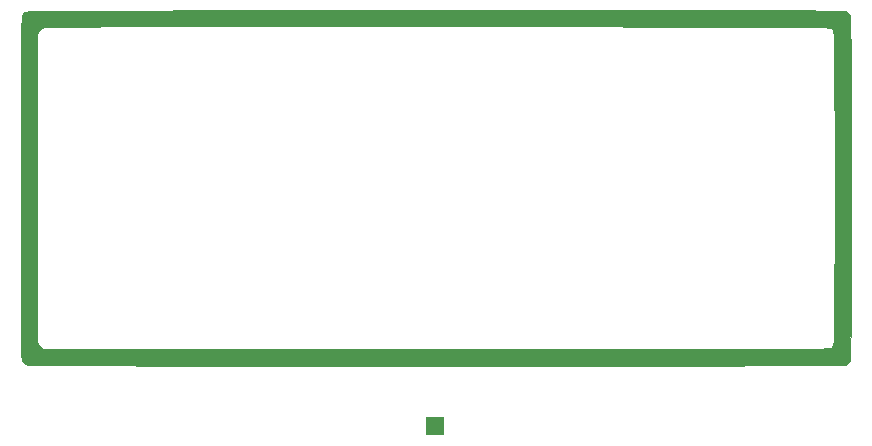
<source format=gbr>
G04 #@! TF.GenerationSoftware,KiCad,Pcbnew,5.0.2-bee76a0~70~ubuntu18.04.1*
G04 #@! TF.CreationDate,2020-04-30T09:21:28+02:00*
G04 #@! TF.ProjectId,OpenFrame,4f70656e-4672-4616-9d65-2e6b69636164,rev?*
G04 #@! TF.SameCoordinates,Original*
G04 #@! TF.FileFunction,Soldermask,Top*
G04 #@! TF.FilePolarity,Negative*
%FSLAX46Y46*%
G04 Gerber Fmt 4.6, Leading zero omitted, Abs format (unit mm)*
G04 Created by KiCad (PCBNEW 5.0.2-bee76a0~70~ubuntu18.04.1) date Do 30 Apr 2020 09:21:28 CEST*
%MOMM*%
%LPD*%
G01*
G04 APERTURE LIST*
%ADD10C,0.010000*%
%ADD11C,0.100000*%
G04 APERTURE END LIST*
D10*
G04 #@! TO.C,G\002A\002A\002A*
G36*
X122656319Y-51347031D02*
X123824748Y-51347180D01*
X124952621Y-51347433D01*
X126037214Y-51347791D01*
X127075806Y-51348256D01*
X128065675Y-51348831D01*
X129004098Y-51349518D01*
X129888353Y-51350319D01*
X130715718Y-51351237D01*
X131483471Y-51352272D01*
X132188888Y-51353429D01*
X132829249Y-51354708D01*
X133401830Y-51356112D01*
X133903910Y-51357643D01*
X134332767Y-51359303D01*
X134685677Y-51361096D01*
X134750823Y-51361495D01*
X139686280Y-51392834D01*
X139856476Y-51510782D01*
X139971365Y-51606125D01*
X140060934Y-51707800D01*
X140082680Y-51743616D01*
X140094056Y-51789969D01*
X140104763Y-51882183D01*
X140114814Y-52022080D01*
X140124226Y-52211484D01*
X140133011Y-52452219D01*
X140141185Y-52746109D01*
X140148762Y-53094977D01*
X140155757Y-53500647D01*
X140162183Y-53964942D01*
X140168057Y-54489686D01*
X140173392Y-55076703D01*
X140178202Y-55727816D01*
X140182503Y-56444850D01*
X140186308Y-57229627D01*
X140189633Y-58083971D01*
X140192492Y-59009707D01*
X140194899Y-60008657D01*
X140196868Y-61082645D01*
X140198415Y-62233496D01*
X140199554Y-63463032D01*
X140200299Y-64773077D01*
X140200665Y-66165455D01*
X140200702Y-66569334D01*
X140200586Y-67967242D01*
X140200072Y-69282343D01*
X140199143Y-70516493D01*
X140197784Y-71671550D01*
X140195980Y-72749372D01*
X140193716Y-73751816D01*
X140190977Y-74680739D01*
X140187747Y-75538001D01*
X140184012Y-76325457D01*
X140179755Y-77044966D01*
X140174962Y-77698385D01*
X140169618Y-78287572D01*
X140163707Y-78814385D01*
X140157214Y-79280680D01*
X140150124Y-79688317D01*
X140142422Y-80039151D01*
X140134092Y-80335042D01*
X140125120Y-80577846D01*
X140115489Y-80769421D01*
X140105185Y-80911625D01*
X140094193Y-81006315D01*
X140082497Y-81055349D01*
X140082016Y-81056385D01*
X140013277Y-81150465D01*
X139905076Y-81252619D01*
X139856479Y-81289218D01*
X139686285Y-81407167D01*
X131554659Y-81434699D01*
X130842731Y-81436909D01*
X130050087Y-81439002D01*
X129180678Y-81440976D01*
X128238456Y-81442833D01*
X127227371Y-81444574D01*
X126151375Y-81446198D01*
X125014418Y-81447705D01*
X123820451Y-81449097D01*
X122573426Y-81450373D01*
X121277293Y-81451534D01*
X119936004Y-81452580D01*
X118553508Y-81453511D01*
X117133759Y-81454329D01*
X115680706Y-81455032D01*
X114198300Y-81455622D01*
X112690492Y-81456099D01*
X111161234Y-81456463D01*
X109614476Y-81456715D01*
X108054170Y-81456855D01*
X106484266Y-81456883D01*
X104908716Y-81456799D01*
X103331469Y-81456605D01*
X101756479Y-81456300D01*
X100187694Y-81455885D01*
X98629067Y-81455359D01*
X97084548Y-81454724D01*
X95558089Y-81453980D01*
X94053640Y-81453127D01*
X92575153Y-81452165D01*
X91126577Y-81451095D01*
X89711866Y-81449917D01*
X88334968Y-81448632D01*
X86999836Y-81447239D01*
X85710420Y-81445740D01*
X84470672Y-81444134D01*
X83284542Y-81442422D01*
X82155981Y-81440604D01*
X81088940Y-81438680D01*
X80087371Y-81436652D01*
X79155225Y-81434519D01*
X78296451Y-81432281D01*
X77515002Y-81429940D01*
X77512534Y-81429932D01*
X76604629Y-81426957D01*
X75777560Y-81424134D01*
X75027494Y-81421412D01*
X74350601Y-81418739D01*
X73743049Y-81416064D01*
X73201008Y-81413338D01*
X72720645Y-81410508D01*
X72298129Y-81407525D01*
X71929630Y-81404337D01*
X71611315Y-81400893D01*
X71339354Y-81397143D01*
X71109915Y-81393036D01*
X70919167Y-81388520D01*
X70763279Y-81383546D01*
X70638419Y-81378061D01*
X70540757Y-81372016D01*
X70466460Y-81365359D01*
X70411698Y-81358040D01*
X70372639Y-81350008D01*
X70345452Y-81341211D01*
X70331493Y-81334604D01*
X70197013Y-81250090D01*
X70100484Y-81156269D01*
X70034190Y-81036463D01*
X69990416Y-80873992D01*
X69961446Y-80652175D01*
X69949785Y-80509436D01*
X69946936Y-80427735D01*
X69944153Y-80264704D01*
X69941444Y-80023682D01*
X69938817Y-79708004D01*
X69936281Y-79321009D01*
X69933843Y-78866034D01*
X69931513Y-78346416D01*
X69929299Y-77765492D01*
X69927209Y-77126600D01*
X69925251Y-76433077D01*
X69923434Y-75688261D01*
X69921766Y-74895487D01*
X69920255Y-74058095D01*
X69918911Y-73179421D01*
X69917741Y-72262802D01*
X69916753Y-71311576D01*
X69915956Y-70329080D01*
X69915359Y-69318651D01*
X69914969Y-68283626D01*
X69914795Y-67227344D01*
X69914801Y-66548167D01*
X69914937Y-65230627D01*
X69915156Y-63995046D01*
X69915485Y-62838715D01*
X69915953Y-61758925D01*
X69916584Y-60752969D01*
X69917406Y-59818138D01*
X69918446Y-58951724D01*
X69919730Y-58151018D01*
X69921285Y-57413313D01*
X69923139Y-56735899D01*
X69925317Y-56116069D01*
X69927847Y-55551114D01*
X69930755Y-55038326D01*
X69934069Y-54574997D01*
X69937814Y-54158418D01*
X69942018Y-53785880D01*
X69946707Y-53454677D01*
X69948912Y-53330642D01*
X71247200Y-53330642D01*
X71247200Y-66281242D01*
X71247292Y-67622225D01*
X71247571Y-68880336D01*
X71248044Y-70057371D01*
X71248718Y-71155125D01*
X71249599Y-72175392D01*
X71250693Y-73119969D01*
X71252008Y-73990648D01*
X71253549Y-74789227D01*
X71255324Y-75517499D01*
X71257338Y-76177260D01*
X71259599Y-76770305D01*
X71262113Y-77298429D01*
X71264886Y-77763427D01*
X71267926Y-78167093D01*
X71271237Y-78511224D01*
X71274828Y-78797613D01*
X71278704Y-79028057D01*
X71282873Y-79204349D01*
X71287340Y-79328286D01*
X71292112Y-79401662D01*
X71295067Y-79421937D01*
X71374283Y-79608198D01*
X71512598Y-79799404D01*
X71523047Y-79811100D01*
X71615956Y-79910661D01*
X71690186Y-79971367D01*
X71772559Y-80004919D01*
X71889896Y-80023015D01*
X72036097Y-80034906D01*
X72100816Y-80036575D01*
X72247633Y-80038193D01*
X72473978Y-80039759D01*
X72777281Y-80041274D01*
X73154973Y-80042737D01*
X73604484Y-80044148D01*
X74123246Y-80045507D01*
X74708688Y-80046814D01*
X75358241Y-80048070D01*
X76069336Y-80049273D01*
X76839404Y-80050425D01*
X77665874Y-80051524D01*
X78546178Y-80052571D01*
X79477746Y-80053566D01*
X80458009Y-80054509D01*
X81484397Y-80055399D01*
X82554340Y-80056237D01*
X83665270Y-80057023D01*
X84814617Y-80057756D01*
X85999812Y-80058437D01*
X87218284Y-80059065D01*
X88467465Y-80059640D01*
X89744785Y-80060163D01*
X91047675Y-80060633D01*
X92373566Y-80061050D01*
X93719887Y-80061414D01*
X95084070Y-80061725D01*
X96463545Y-80061984D01*
X97855742Y-80062189D01*
X99258093Y-80062341D01*
X100668027Y-80062440D01*
X102082976Y-80062486D01*
X103500370Y-80062479D01*
X104917639Y-80062418D01*
X106332214Y-80062304D01*
X107741526Y-80062137D01*
X109143005Y-80061916D01*
X110534082Y-80061642D01*
X111912187Y-80061314D01*
X113274751Y-80060933D01*
X114619204Y-80060498D01*
X115942978Y-80060009D01*
X117243502Y-80059466D01*
X118518207Y-80058870D01*
X119764524Y-80058219D01*
X120979884Y-80057515D01*
X122161716Y-80056757D01*
X123307452Y-80055944D01*
X124414521Y-80055078D01*
X125480356Y-80054157D01*
X126502385Y-80053183D01*
X127478041Y-80052154D01*
X128404752Y-80051070D01*
X129279951Y-80049932D01*
X130101067Y-80048740D01*
X130865531Y-80047494D01*
X131570773Y-80046192D01*
X132214225Y-80044837D01*
X132793317Y-80043426D01*
X133305478Y-80041961D01*
X133748141Y-80040441D01*
X134118735Y-80038866D01*
X134414691Y-80037237D01*
X134556700Y-80036222D01*
X135210427Y-80030883D01*
X135784856Y-80025936D01*
X136285354Y-80021234D01*
X136717288Y-80016635D01*
X137086027Y-80011992D01*
X137396936Y-80007163D01*
X137655383Y-80002001D01*
X137866735Y-79996363D01*
X138036359Y-79990105D01*
X138169622Y-79983080D01*
X138271892Y-79975146D01*
X138348536Y-79966157D01*
X138404921Y-79955969D01*
X138446413Y-79944438D01*
X138478381Y-79931418D01*
X138480170Y-79930559D01*
X138560979Y-79883553D01*
X138622838Y-79822958D01*
X138669375Y-79736559D01*
X138704216Y-79612143D01*
X138730989Y-79437495D01*
X138753319Y-79200400D01*
X138770793Y-78951834D01*
X138774846Y-78846049D01*
X138778690Y-78659834D01*
X138782327Y-78397427D01*
X138785755Y-78063065D01*
X138788976Y-77660983D01*
X138791988Y-77195420D01*
X138794793Y-76670612D01*
X138797389Y-76090796D01*
X138799778Y-75460208D01*
X138801958Y-74783086D01*
X138803931Y-74063667D01*
X138805695Y-73306187D01*
X138807252Y-72514884D01*
X138808600Y-71693994D01*
X138809741Y-70847755D01*
X138810673Y-69980402D01*
X138811398Y-69096174D01*
X138811914Y-68199307D01*
X138812223Y-67294037D01*
X138812323Y-66384602D01*
X138812216Y-65475239D01*
X138811900Y-64570185D01*
X138811377Y-63673676D01*
X138810645Y-62789949D01*
X138809706Y-61923242D01*
X138808558Y-61077791D01*
X138807203Y-60257833D01*
X138805639Y-59467605D01*
X138803868Y-58711344D01*
X138801888Y-57993287D01*
X138799701Y-57317670D01*
X138797305Y-56688732D01*
X138794701Y-56110707D01*
X138791890Y-55587835D01*
X138788870Y-55124350D01*
X138785643Y-54724491D01*
X138782207Y-54392494D01*
X138778564Y-54132596D01*
X138774712Y-53949034D01*
X138770793Y-53848167D01*
X138752955Y-53612965D01*
X138731832Y-53397259D01*
X138709645Y-53220229D01*
X138688616Y-53101057D01*
X138681171Y-53074297D01*
X138660920Y-53017492D01*
X138638583Y-52969020D01*
X138607657Y-52928122D01*
X138561639Y-52894043D01*
X138494027Y-52866024D01*
X138398318Y-52843307D01*
X138268009Y-52825137D01*
X138096597Y-52810754D01*
X137877580Y-52799402D01*
X137604455Y-52790323D01*
X137270720Y-52782761D01*
X136869871Y-52775956D01*
X136395406Y-52769152D01*
X136017200Y-52764001D01*
X135830707Y-52762032D01*
X135565389Y-52760103D01*
X135223826Y-52758216D01*
X134808594Y-52756371D01*
X134322269Y-52754568D01*
X133767430Y-52752809D01*
X133146654Y-52751094D01*
X132462518Y-52749423D01*
X131717598Y-52747797D01*
X130914473Y-52746218D01*
X130055720Y-52744685D01*
X129143915Y-52743199D01*
X128181637Y-52741761D01*
X127171461Y-52740372D01*
X126115967Y-52739031D01*
X125017729Y-52737741D01*
X123879327Y-52736501D01*
X122703337Y-52735312D01*
X121492336Y-52734175D01*
X120248902Y-52733090D01*
X118975612Y-52732059D01*
X117675043Y-52731081D01*
X116349772Y-52730157D01*
X115002377Y-52729289D01*
X113635435Y-52728476D01*
X112251522Y-52727719D01*
X110853217Y-52727020D01*
X109443096Y-52726378D01*
X108023737Y-52725794D01*
X106597717Y-52725269D01*
X105167613Y-52724804D01*
X103736003Y-52724399D01*
X102305463Y-52724055D01*
X100878571Y-52723773D01*
X99457904Y-52723552D01*
X98046039Y-52723395D01*
X96645554Y-52723301D01*
X95259026Y-52723271D01*
X93889032Y-52723306D01*
X92538149Y-52723406D01*
X91208954Y-52723572D01*
X89904025Y-52723805D01*
X88625939Y-52724106D01*
X87377274Y-52724474D01*
X86160605Y-52724911D01*
X84978512Y-52725418D01*
X83833570Y-52725994D01*
X82728357Y-52726641D01*
X81665450Y-52727360D01*
X80647428Y-52728150D01*
X79676865Y-52729013D01*
X78756341Y-52729949D01*
X77888432Y-52730959D01*
X77075716Y-52732044D01*
X76320769Y-52733203D01*
X75626169Y-52734439D01*
X74994494Y-52735751D01*
X74428320Y-52737140D01*
X73930224Y-52738607D01*
X73502784Y-52740153D01*
X73148578Y-52741777D01*
X72870181Y-52743482D01*
X72670172Y-52745266D01*
X72551128Y-52747132D01*
X72525211Y-52747972D01*
X72265669Y-52761038D01*
X72075505Y-52773581D01*
X71939486Y-52788156D01*
X71842380Y-52807314D01*
X71768954Y-52833609D01*
X71703975Y-52869594D01*
X71671267Y-52891090D01*
X71539624Y-52997079D01*
X71410260Y-53127072D01*
X71377507Y-53166071D01*
X71247200Y-53330642D01*
X69948912Y-53330642D01*
X69951909Y-53162099D01*
X69957649Y-52905438D01*
X69963956Y-52681985D01*
X69970855Y-52489034D01*
X69978373Y-52323874D01*
X69986538Y-52183798D01*
X69995375Y-52066097D01*
X70004912Y-51968064D01*
X70015176Y-51886990D01*
X70026193Y-51820166D01*
X70037989Y-51764884D01*
X70050593Y-51718437D01*
X70061769Y-51684419D01*
X70082529Y-51630499D01*
X70108158Y-51585269D01*
X70145883Y-51547825D01*
X70202934Y-51517263D01*
X70286539Y-51492677D01*
X70403926Y-51473165D01*
X70562325Y-51457820D01*
X70768963Y-51445739D01*
X71031069Y-51436018D01*
X71355871Y-51427752D01*
X71750599Y-51420037D01*
X72222480Y-51411968D01*
X72242034Y-51411642D01*
X72417989Y-51409410D01*
X72675889Y-51407184D01*
X73013012Y-51404964D01*
X73426634Y-51402754D01*
X73914034Y-51400555D01*
X74472489Y-51398370D01*
X75099278Y-51396201D01*
X75791677Y-51394049D01*
X76546965Y-51391918D01*
X77362420Y-51389809D01*
X78235319Y-51387724D01*
X79162939Y-51385666D01*
X80142560Y-51383637D01*
X81171458Y-51381639D01*
X82246911Y-51379675D01*
X83366197Y-51377746D01*
X84526593Y-51375854D01*
X85725378Y-51374002D01*
X86959830Y-51372193D01*
X88227225Y-51370427D01*
X89524842Y-51368708D01*
X90849959Y-51367037D01*
X92199852Y-51365417D01*
X93571801Y-51363850D01*
X94963082Y-51362338D01*
X96370974Y-51360883D01*
X97792754Y-51359488D01*
X99225700Y-51358155D01*
X100667090Y-51356885D01*
X102114201Y-51355681D01*
X103564312Y-51354545D01*
X105014699Y-51353480D01*
X106462641Y-51352488D01*
X107905416Y-51351570D01*
X109340301Y-51350729D01*
X110764574Y-51349967D01*
X112175513Y-51349286D01*
X113570395Y-51348689D01*
X114946498Y-51348178D01*
X116301101Y-51347754D01*
X117631480Y-51347421D01*
X118934913Y-51347180D01*
X120208679Y-51347033D01*
X121450055Y-51346983D01*
X122656319Y-51347031D01*
X122656319Y-51347031D01*
G37*
X122656319Y-51347031D02*
X123824748Y-51347180D01*
X124952621Y-51347433D01*
X126037214Y-51347791D01*
X127075806Y-51348256D01*
X128065675Y-51348831D01*
X129004098Y-51349518D01*
X129888353Y-51350319D01*
X130715718Y-51351237D01*
X131483471Y-51352272D01*
X132188888Y-51353429D01*
X132829249Y-51354708D01*
X133401830Y-51356112D01*
X133903910Y-51357643D01*
X134332767Y-51359303D01*
X134685677Y-51361096D01*
X134750823Y-51361495D01*
X139686280Y-51392834D01*
X139856476Y-51510782D01*
X139971365Y-51606125D01*
X140060934Y-51707800D01*
X140082680Y-51743616D01*
X140094056Y-51789969D01*
X140104763Y-51882183D01*
X140114814Y-52022080D01*
X140124226Y-52211484D01*
X140133011Y-52452219D01*
X140141185Y-52746109D01*
X140148762Y-53094977D01*
X140155757Y-53500647D01*
X140162183Y-53964942D01*
X140168057Y-54489686D01*
X140173392Y-55076703D01*
X140178202Y-55727816D01*
X140182503Y-56444850D01*
X140186308Y-57229627D01*
X140189633Y-58083971D01*
X140192492Y-59009707D01*
X140194899Y-60008657D01*
X140196868Y-61082645D01*
X140198415Y-62233496D01*
X140199554Y-63463032D01*
X140200299Y-64773077D01*
X140200665Y-66165455D01*
X140200702Y-66569334D01*
X140200586Y-67967242D01*
X140200072Y-69282343D01*
X140199143Y-70516493D01*
X140197784Y-71671550D01*
X140195980Y-72749372D01*
X140193716Y-73751816D01*
X140190977Y-74680739D01*
X140187747Y-75538001D01*
X140184012Y-76325457D01*
X140179755Y-77044966D01*
X140174962Y-77698385D01*
X140169618Y-78287572D01*
X140163707Y-78814385D01*
X140157214Y-79280680D01*
X140150124Y-79688317D01*
X140142422Y-80039151D01*
X140134092Y-80335042D01*
X140125120Y-80577846D01*
X140115489Y-80769421D01*
X140105185Y-80911625D01*
X140094193Y-81006315D01*
X140082497Y-81055349D01*
X140082016Y-81056385D01*
X140013277Y-81150465D01*
X139905076Y-81252619D01*
X139856479Y-81289218D01*
X139686285Y-81407167D01*
X131554659Y-81434699D01*
X130842731Y-81436909D01*
X130050087Y-81439002D01*
X129180678Y-81440976D01*
X128238456Y-81442833D01*
X127227371Y-81444574D01*
X126151375Y-81446198D01*
X125014418Y-81447705D01*
X123820451Y-81449097D01*
X122573426Y-81450373D01*
X121277293Y-81451534D01*
X119936004Y-81452580D01*
X118553508Y-81453511D01*
X117133759Y-81454329D01*
X115680706Y-81455032D01*
X114198300Y-81455622D01*
X112690492Y-81456099D01*
X111161234Y-81456463D01*
X109614476Y-81456715D01*
X108054170Y-81456855D01*
X106484266Y-81456883D01*
X104908716Y-81456799D01*
X103331469Y-81456605D01*
X101756479Y-81456300D01*
X100187694Y-81455885D01*
X98629067Y-81455359D01*
X97084548Y-81454724D01*
X95558089Y-81453980D01*
X94053640Y-81453127D01*
X92575153Y-81452165D01*
X91126577Y-81451095D01*
X89711866Y-81449917D01*
X88334968Y-81448632D01*
X86999836Y-81447239D01*
X85710420Y-81445740D01*
X84470672Y-81444134D01*
X83284542Y-81442422D01*
X82155981Y-81440604D01*
X81088940Y-81438680D01*
X80087371Y-81436652D01*
X79155225Y-81434519D01*
X78296451Y-81432281D01*
X77515002Y-81429940D01*
X77512534Y-81429932D01*
X76604629Y-81426957D01*
X75777560Y-81424134D01*
X75027494Y-81421412D01*
X74350601Y-81418739D01*
X73743049Y-81416064D01*
X73201008Y-81413338D01*
X72720645Y-81410508D01*
X72298129Y-81407525D01*
X71929630Y-81404337D01*
X71611315Y-81400893D01*
X71339354Y-81397143D01*
X71109915Y-81393036D01*
X70919167Y-81388520D01*
X70763279Y-81383546D01*
X70638419Y-81378061D01*
X70540757Y-81372016D01*
X70466460Y-81365359D01*
X70411698Y-81358040D01*
X70372639Y-81350008D01*
X70345452Y-81341211D01*
X70331493Y-81334604D01*
X70197013Y-81250090D01*
X70100484Y-81156269D01*
X70034190Y-81036463D01*
X69990416Y-80873992D01*
X69961446Y-80652175D01*
X69949785Y-80509436D01*
X69946936Y-80427735D01*
X69944153Y-80264704D01*
X69941444Y-80023682D01*
X69938817Y-79708004D01*
X69936281Y-79321009D01*
X69933843Y-78866034D01*
X69931513Y-78346416D01*
X69929299Y-77765492D01*
X69927209Y-77126600D01*
X69925251Y-76433077D01*
X69923434Y-75688261D01*
X69921766Y-74895487D01*
X69920255Y-74058095D01*
X69918911Y-73179421D01*
X69917741Y-72262802D01*
X69916753Y-71311576D01*
X69915956Y-70329080D01*
X69915359Y-69318651D01*
X69914969Y-68283626D01*
X69914795Y-67227344D01*
X69914801Y-66548167D01*
X69914937Y-65230627D01*
X69915156Y-63995046D01*
X69915485Y-62838715D01*
X69915953Y-61758925D01*
X69916584Y-60752969D01*
X69917406Y-59818138D01*
X69918446Y-58951724D01*
X69919730Y-58151018D01*
X69921285Y-57413313D01*
X69923139Y-56735899D01*
X69925317Y-56116069D01*
X69927847Y-55551114D01*
X69930755Y-55038326D01*
X69934069Y-54574997D01*
X69937814Y-54158418D01*
X69942018Y-53785880D01*
X69946707Y-53454677D01*
X69948912Y-53330642D01*
X71247200Y-53330642D01*
X71247200Y-66281242D01*
X71247292Y-67622225D01*
X71247571Y-68880336D01*
X71248044Y-70057371D01*
X71248718Y-71155125D01*
X71249599Y-72175392D01*
X71250693Y-73119969D01*
X71252008Y-73990648D01*
X71253549Y-74789227D01*
X71255324Y-75517499D01*
X71257338Y-76177260D01*
X71259599Y-76770305D01*
X71262113Y-77298429D01*
X71264886Y-77763427D01*
X71267926Y-78167093D01*
X71271237Y-78511224D01*
X71274828Y-78797613D01*
X71278704Y-79028057D01*
X71282873Y-79204349D01*
X71287340Y-79328286D01*
X71292112Y-79401662D01*
X71295067Y-79421937D01*
X71374283Y-79608198D01*
X71512598Y-79799404D01*
X71523047Y-79811100D01*
X71615956Y-79910661D01*
X71690186Y-79971367D01*
X71772559Y-80004919D01*
X71889896Y-80023015D01*
X72036097Y-80034906D01*
X72100816Y-80036575D01*
X72247633Y-80038193D01*
X72473978Y-80039759D01*
X72777281Y-80041274D01*
X73154973Y-80042737D01*
X73604484Y-80044148D01*
X74123246Y-80045507D01*
X74708688Y-80046814D01*
X75358241Y-80048070D01*
X76069336Y-80049273D01*
X76839404Y-80050425D01*
X77665874Y-80051524D01*
X78546178Y-80052571D01*
X79477746Y-80053566D01*
X80458009Y-80054509D01*
X81484397Y-80055399D01*
X82554340Y-80056237D01*
X83665270Y-80057023D01*
X84814617Y-80057756D01*
X85999812Y-80058437D01*
X87218284Y-80059065D01*
X88467465Y-80059640D01*
X89744785Y-80060163D01*
X91047675Y-80060633D01*
X92373566Y-80061050D01*
X93719887Y-80061414D01*
X95084070Y-80061725D01*
X96463545Y-80061984D01*
X97855742Y-80062189D01*
X99258093Y-80062341D01*
X100668027Y-80062440D01*
X102082976Y-80062486D01*
X103500370Y-80062479D01*
X104917639Y-80062418D01*
X106332214Y-80062304D01*
X107741526Y-80062137D01*
X109143005Y-80061916D01*
X110534082Y-80061642D01*
X111912187Y-80061314D01*
X113274751Y-80060933D01*
X114619204Y-80060498D01*
X115942978Y-80060009D01*
X117243502Y-80059466D01*
X118518207Y-80058870D01*
X119764524Y-80058219D01*
X120979884Y-80057515D01*
X122161716Y-80056757D01*
X123307452Y-80055944D01*
X124414521Y-80055078D01*
X125480356Y-80054157D01*
X126502385Y-80053183D01*
X127478041Y-80052154D01*
X128404752Y-80051070D01*
X129279951Y-80049932D01*
X130101067Y-80048740D01*
X130865531Y-80047494D01*
X131570773Y-80046192D01*
X132214225Y-80044837D01*
X132793317Y-80043426D01*
X133305478Y-80041961D01*
X133748141Y-80040441D01*
X134118735Y-80038866D01*
X134414691Y-80037237D01*
X134556700Y-80036222D01*
X135210427Y-80030883D01*
X135784856Y-80025936D01*
X136285354Y-80021234D01*
X136717288Y-80016635D01*
X137086027Y-80011992D01*
X137396936Y-80007163D01*
X137655383Y-80002001D01*
X137866735Y-79996363D01*
X138036359Y-79990105D01*
X138169622Y-79983080D01*
X138271892Y-79975146D01*
X138348536Y-79966157D01*
X138404921Y-79955969D01*
X138446413Y-79944438D01*
X138478381Y-79931418D01*
X138480170Y-79930559D01*
X138560979Y-79883553D01*
X138622838Y-79822958D01*
X138669375Y-79736559D01*
X138704216Y-79612143D01*
X138730989Y-79437495D01*
X138753319Y-79200400D01*
X138770793Y-78951834D01*
X138774846Y-78846049D01*
X138778690Y-78659834D01*
X138782327Y-78397427D01*
X138785755Y-78063065D01*
X138788976Y-77660983D01*
X138791988Y-77195420D01*
X138794793Y-76670612D01*
X138797389Y-76090796D01*
X138799778Y-75460208D01*
X138801958Y-74783086D01*
X138803931Y-74063667D01*
X138805695Y-73306187D01*
X138807252Y-72514884D01*
X138808600Y-71693994D01*
X138809741Y-70847755D01*
X138810673Y-69980402D01*
X138811398Y-69096174D01*
X138811914Y-68199307D01*
X138812223Y-67294037D01*
X138812323Y-66384602D01*
X138812216Y-65475239D01*
X138811900Y-64570185D01*
X138811377Y-63673676D01*
X138810645Y-62789949D01*
X138809706Y-61923242D01*
X138808558Y-61077791D01*
X138807203Y-60257833D01*
X138805639Y-59467605D01*
X138803868Y-58711344D01*
X138801888Y-57993287D01*
X138799701Y-57317670D01*
X138797305Y-56688732D01*
X138794701Y-56110707D01*
X138791890Y-55587835D01*
X138788870Y-55124350D01*
X138785643Y-54724491D01*
X138782207Y-54392494D01*
X138778564Y-54132596D01*
X138774712Y-53949034D01*
X138770793Y-53848167D01*
X138752955Y-53612965D01*
X138731832Y-53397259D01*
X138709645Y-53220229D01*
X138688616Y-53101057D01*
X138681171Y-53074297D01*
X138660920Y-53017492D01*
X138638583Y-52969020D01*
X138607657Y-52928122D01*
X138561639Y-52894043D01*
X138494027Y-52866024D01*
X138398318Y-52843307D01*
X138268009Y-52825137D01*
X138096597Y-52810754D01*
X137877580Y-52799402D01*
X137604455Y-52790323D01*
X137270720Y-52782761D01*
X136869871Y-52775956D01*
X136395406Y-52769152D01*
X136017200Y-52764001D01*
X135830707Y-52762032D01*
X135565389Y-52760103D01*
X135223826Y-52758216D01*
X134808594Y-52756371D01*
X134322269Y-52754568D01*
X133767430Y-52752809D01*
X133146654Y-52751094D01*
X132462518Y-52749423D01*
X131717598Y-52747797D01*
X130914473Y-52746218D01*
X130055720Y-52744685D01*
X129143915Y-52743199D01*
X128181637Y-52741761D01*
X127171461Y-52740372D01*
X126115967Y-52739031D01*
X125017729Y-52737741D01*
X123879327Y-52736501D01*
X122703337Y-52735312D01*
X121492336Y-52734175D01*
X120248902Y-52733090D01*
X118975612Y-52732059D01*
X117675043Y-52731081D01*
X116349772Y-52730157D01*
X115002377Y-52729289D01*
X113635435Y-52728476D01*
X112251522Y-52727719D01*
X110853217Y-52727020D01*
X109443096Y-52726378D01*
X108023737Y-52725794D01*
X106597717Y-52725269D01*
X105167613Y-52724804D01*
X103736003Y-52724399D01*
X102305463Y-52724055D01*
X100878571Y-52723773D01*
X99457904Y-52723552D01*
X98046039Y-52723395D01*
X96645554Y-52723301D01*
X95259026Y-52723271D01*
X93889032Y-52723306D01*
X92538149Y-52723406D01*
X91208954Y-52723572D01*
X89904025Y-52723805D01*
X88625939Y-52724106D01*
X87377274Y-52724474D01*
X86160605Y-52724911D01*
X84978512Y-52725418D01*
X83833570Y-52725994D01*
X82728357Y-52726641D01*
X81665450Y-52727360D01*
X80647428Y-52728150D01*
X79676865Y-52729013D01*
X78756341Y-52729949D01*
X77888432Y-52730959D01*
X77075716Y-52732044D01*
X76320769Y-52733203D01*
X75626169Y-52734439D01*
X74994494Y-52735751D01*
X74428320Y-52737140D01*
X73930224Y-52738607D01*
X73502784Y-52740153D01*
X73148578Y-52741777D01*
X72870181Y-52743482D01*
X72670172Y-52745266D01*
X72551128Y-52747132D01*
X72525211Y-52747972D01*
X72265669Y-52761038D01*
X72075505Y-52773581D01*
X71939486Y-52788156D01*
X71842380Y-52807314D01*
X71768954Y-52833609D01*
X71703975Y-52869594D01*
X71671267Y-52891090D01*
X71539624Y-52997079D01*
X71410260Y-53127072D01*
X71377507Y-53166071D01*
X71247200Y-53330642D01*
X69948912Y-53330642D01*
X69951909Y-53162099D01*
X69957649Y-52905438D01*
X69963956Y-52681985D01*
X69970855Y-52489034D01*
X69978373Y-52323874D01*
X69986538Y-52183798D01*
X69995375Y-52066097D01*
X70004912Y-51968064D01*
X70015176Y-51886990D01*
X70026193Y-51820166D01*
X70037989Y-51764884D01*
X70050593Y-51718437D01*
X70061769Y-51684419D01*
X70082529Y-51630499D01*
X70108158Y-51585269D01*
X70145883Y-51547825D01*
X70202934Y-51517263D01*
X70286539Y-51492677D01*
X70403926Y-51473165D01*
X70562325Y-51457820D01*
X70768963Y-51445739D01*
X71031069Y-51436018D01*
X71355871Y-51427752D01*
X71750599Y-51420037D01*
X72222480Y-51411968D01*
X72242034Y-51411642D01*
X72417989Y-51409410D01*
X72675889Y-51407184D01*
X73013012Y-51404964D01*
X73426634Y-51402754D01*
X73914034Y-51400555D01*
X74472489Y-51398370D01*
X75099278Y-51396201D01*
X75791677Y-51394049D01*
X76546965Y-51391918D01*
X77362420Y-51389809D01*
X78235319Y-51387724D01*
X79162939Y-51385666D01*
X80142560Y-51383637D01*
X81171458Y-51381639D01*
X82246911Y-51379675D01*
X83366197Y-51377746D01*
X84526593Y-51375854D01*
X85725378Y-51374002D01*
X86959830Y-51372193D01*
X88227225Y-51370427D01*
X89524842Y-51368708D01*
X90849959Y-51367037D01*
X92199852Y-51365417D01*
X93571801Y-51363850D01*
X94963082Y-51362338D01*
X96370974Y-51360883D01*
X97792754Y-51359488D01*
X99225700Y-51358155D01*
X100667090Y-51356885D01*
X102114201Y-51355681D01*
X103564312Y-51354545D01*
X105014699Y-51353480D01*
X106462641Y-51352488D01*
X107905416Y-51351570D01*
X109340301Y-51350729D01*
X110764574Y-51349967D01*
X112175513Y-51349286D01*
X113570395Y-51348689D01*
X114946498Y-51348178D01*
X116301101Y-51347754D01*
X117631480Y-51347421D01*
X118934913Y-51347180D01*
X120208679Y-51347033D01*
X121450055Y-51346983D01*
X122656319Y-51347031D01*
D11*
G36*
X105750570Y-87299970D02*
X104249430Y-87299970D01*
X104249430Y-85798830D01*
X105750570Y-85798830D01*
X105750570Y-87299970D01*
X105750570Y-87299970D01*
G37*
M02*

</source>
